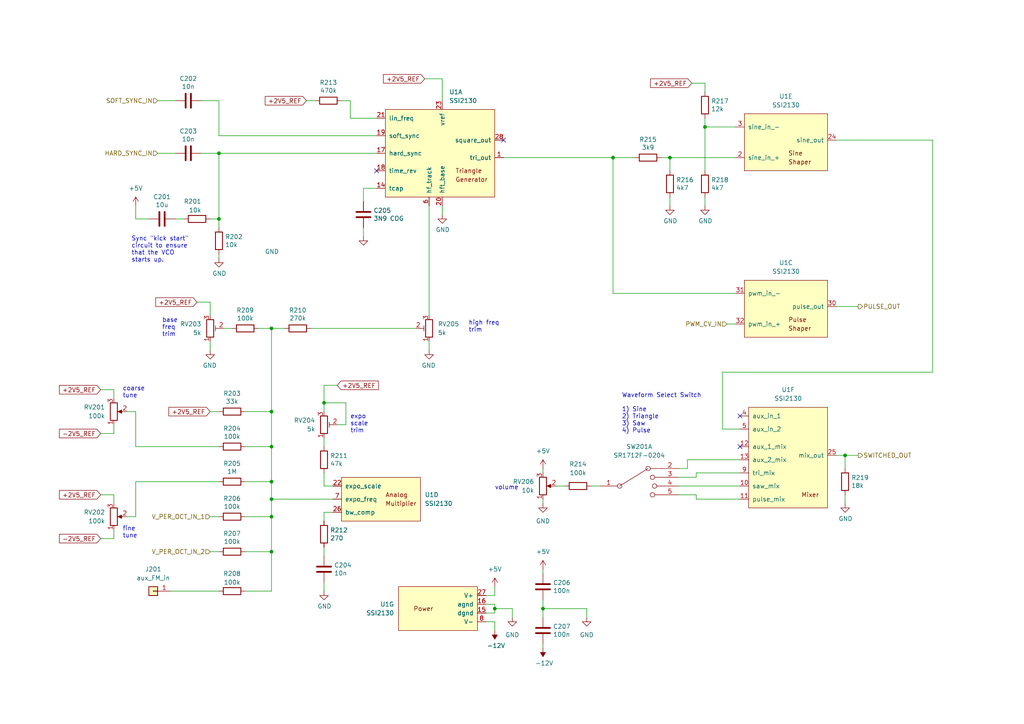
<source format=kicad_sch>
(kicad_sch (version 20211123) (generator eeschema)
  (paper "A4")
  (title_block (title "Micro-Pico Tiny Monosynth") (date "2022-08-18") (rev "0.1") (comment 1 "creativecommons.org/licences/by/4.0") (comment 2 "Licence: CC by 4.0") (comment 3 "Author: Jordan Aceto"))
  (lib_symbols
    (symbol "Connector_Generic:Conn_01x01" (pin_names (offset 1.016) hide)
      (property "Reference" "J" (at 0 2.54 0))
      (property "Value" "Conn_01x01" (at 0 -2.54 0))
      (symbol "Conn_01x01_1_1"
        (rectangle (start -1.27 0.127) (end 0 -0.127) (stroke (width 0.1524)))
        (rectangle (start -1.27 1.27) (end 1.27 -1.27) (stroke (width 0.254)) (fill (type background)))
        (pin passive line (at -5.08 0 0) (length 3.81) (name "Pin_1") (number "1"))
      )
    )
    (symbol "Device:C" (pin_numbers hide) (pin_names (offset 0.254))
      (property "Reference" "C" (at 0.635 2.54 0))
      (property "Value" "C" (at 0.635 -2.54 0))
      (symbol "C_0_1"
        (polyline (pts (xy -2.032 -0.762) (xy 2.032 -0.762)) (stroke (width 0.508)))
        (polyline (pts (xy -2.032 0.762) (xy 2.032 0.762)) (stroke (width 0.508)))
      )
      (symbol "C_1_1"
        (pin passive line (at 0 3.81 270) (length 2.794) (name "~") (number "1"))
        (pin passive line (at 0 -3.81 90) (length 2.794) (name "~") (number "2"))
      )
    )
    (symbol "Device:R" (pin_numbers hide) (pin_names (offset 0))
      (property "Reference" "R" (at 2.032 0 90))
      (property "Value" "R" (at 0 0 90))
      (symbol "R_0_1"
        (rectangle (start -1.016 -2.54) (end 1.016 2.54) (stroke (width 0.254)))
      )
      (symbol "R_1_1"
        (pin passive line (at 0 3.81 270) (length 1.27) (name "~") (number "1"))
        (pin passive line (at 0 -3.81 90) (length 1.27) (name "~") (number "2"))
      )
    )
    (symbol "Device:R_Potentiometer" (pin_names (offset 1.016) hide)
      (property "Reference" "RV" (at -4.445 0 90))
      (property "Value" "R_Potentiometer" (at -2.54 0 90))
      (symbol "R_Potentiometer_0_1"
        (polyline (pts (xy 2.54 0) (xy 1.524 0)))
        (polyline (pts (xy 1.143 0) (xy 2.286 0.508) (xy 2.286 -0.508) (xy 1.143 0)) (fill (type outline)))
        (rectangle (start 1.016 2.54) (end -1.016 -2.54) (stroke (width 0.254)))
      )
      (symbol "R_Potentiometer_1_1"
        (pin passive line (at 0 3.81 270) (length 1.27) (name "1") (number "1"))
        (pin passive line (at 3.81 0 180) (length 1.27) (name "2") (number "2"))
        (pin passive line (at 0 -3.81 90) (length 1.27) (name "3") (number "3"))
      )
    )
    (symbol "Device:R_Potentiometer_Trim" (pin_names (offset 1.016) hide)
      (property "Reference" "RV" (at -4.445 0 90))
      (property "Value" "R_Potentiometer_Trim" (at -2.54 0 90))
      (symbol "R_Potentiometer_Trim_0_1"
        (polyline (pts (xy 1.524 0.762) (xy 1.524 -0.762)))
        (polyline (pts (xy 2.54 0) (xy 1.524 0)))
        (rectangle (start 1.016 2.54) (end -1.016 -2.54) (stroke (width 0.254)))
      )
      (symbol "R_Potentiometer_Trim_1_1"
        (pin passive line (at 0 3.81 270) (length 1.27) (name "1") (number "1"))
        (pin passive line (at 3.81 0 180) (length 1.27) (name "2") (number "2"))
        (pin passive line (at 0 -3.81 90) (length 1.27) (name "3") (number "3"))
      )
    )
    (symbol "custom_symbols:SR1712F-0204" (pin_names (offset 1.016) hide)
      (property "Reference" "SW201" (at 1.27 11.43 0))
      (property "Value" "SR1712F-0204" (at 1.27 8.89 0))
      (symbol "SR1712F-0204_0_0"
        (circle (center -4.445 0) (radius 0.635))
        (polyline (pts (xy -4.445 0) (xy 3.81 5.08)))
        (polyline (pts (xy 4.445 5.08) (xy 7.62 5.08)))
        (polyline (pts (xy 5.715 -2.54) (xy 7.62 -2.54)))
        (polyline (pts (xy 5.715 2.54) (xy 7.62 2.54)))
        (polyline (pts (xy 6.35 0) (xy 7.62 0)))
        (circle (center 3.81 5.08) (radius 0.635))
        (circle (center 5.08 -2.54) (radius 0.635))
        (circle (center 5.08 2.54) (radius 0.635))
        (circle (center 5.715 0) (radius 0.635))
      )
      (symbol "SR1712F-0204_1_1"
        (pin passive line (at -10.16 0 0) (length 5.08) (name "1") (number "1"))
        (pin passive line (at 12.7 5.08 180) (length 5.08) (name "2") (number "2"))
        (pin passive line (at 12.7 2.54 180) (length 5.08) (name "3") (number "3"))
        (pin passive line (at 12.7 0 180) (length 5.08) (name "4") (number "4"))
        (pin passive line (at 12.7 -2.54 180) (length 5.08) (name "5") (number "5"))
      )
      (symbol "SR1712F-0204_2_1"
        (pin passive line (at -10.16 0 0) (length 5.08) (name "10") (number "10"))
        (pin passive line (at 12.7 5.08 180) (length 5.08) (name "6") (number "6"))
        (pin passive line (at 12.7 2.54 180) (length 5.08) (name "7") (number "7"))
        (pin passive line (at 12.7 0 180) (length 5.08) (name "8") (number "8"))
        (pin passive line (at 12.7 -2.54 180) (length 5.08) (name "9") (number "9"))
      )
    )
    (symbol "custom_symbols:SSI2130" (pin_names (offset 1.016))
      (property "Reference" "U1" (at 2.0194 16.51 0))
      (property "Value" "SSI2130" (at 2.0194 13.97 0))
      (symbol "SSI2130_1_0"
        (polyline (pts (xy -16.51 11.43) (xy -16.51 -13.97) (xy 15.24 -13.97) (xy 15.24 11.43) (xy 6.35 11.43) (xy -16.51 11.43)) (fill (type background)))
        (text "Generator" (at 3.81 -8.89 0) (effects (font (size 1.27 1.27)) (justify left)))
        (text "Triangle" (at 3.81 -6.35 0) (effects (font (size 1.27 1.27)) (justify left)))
      )
      (symbol "SSI2130_1_1"
        (pin output line (at 17.78 -2.54 180) (length 2.54) (name "tri_out") (number "1"))
        (pin input line (at -19.05 -11.43 0) (length 2.54) (name "tcap") (number "14"))
        (pin input line (at -19.05 -1.27 0) (length 2.54) (name "hard_sync") (number "17"))
        (pin input line (at -19.05 -6.35 0) (length 2.54) (name "time_rev") (number "18"))
        (pin input line (at -19.05 3.81 0) (length 2.54) (name "soft_sync") (number "19"))
        (pin input line (at 0 -16.51 90) (length 2.54) (name "hft_base") (number "20"))
        (pin input line (at -19.05 8.89 0) (length 2.54) (name "lin_freq") (number "21"))
        (pin input line (at 0 13.97 270) (length 2.54) (name "vref") (number "23"))
        (pin output line (at 17.78 2.54 180) (length 2.54) (name "square_out") (number "28"))
        (pin input line (at -3.81 -16.51 90) (length 2.54) (name "hf_track") (number "6"))
      )
      (symbol "SSI2130_2_1"
        (polyline (pts (xy -11.43 0) (xy -11.43 7.62) (xy 12.7 7.62) (xy 12.7 -8.89) (xy -11.43 -8.89) (xy -11.43 0)) (fill (type background)))
        (text "Saw" (at 1.27 -3.81 0) (effects (font (size 1.27 1.27)) (justify left)))
        (text "Shaper" (at 1.27 -6.35 0) (effects (font (size 1.27 1.27)) (justify left)))
        (pin output line (at 15.24 0 180) (length 2.54) (name "saw_out") (number "29"))
      )
      (symbol "SSI2130_3_1"
        (polyline (pts (xy 12.7 7.62) (xy -11.43 7.62) (xy -11.43 -8.89) (xy 12.7 -8.89) (xy 12.7 7.62)) (fill (type background)))
        (text "Pulse" (at 1.27 -3.81 0) (effects (font (size 1.27 1.27)) (justify left)))
        (text "Shaper" (at 1.27 -6.35 0) (effects (font (size 1.27 1.27)) (justify left)))
        (pin output line (at 15.24 0 180) (length 2.54) (name "pulse_out") (number "30"))
        (pin input line (at -13.97 3.81 0) (length 2.54) (name "pwm_in_-") (number "31"))
        (pin input line (at -13.97 -5.08 0) (length 2.54) (name "pwm_in_+") (number "32"))
      )
      (symbol "SSI2130_4_1"
        (polyline (pts (xy -11.43 6.35) (xy -11.43 -6.35) (xy 11.43 -6.35) (xy 11.43 6.35) (xy -11.43 6.35)) (fill (type background)))
        (text "Analog" (at 1.27 1.27 0) (effects (font (size 1.27 1.27)) (justify left)))
        (text "Multiplier" (at 1.27 -1.27 0) (effects (font (size 1.27 1.27)) (justify left)))
        (pin input line (at -13.97 3.81 0) (length 2.54) (name "expo_scale") (number "22"))
        (pin input line (at -13.97 -3.81 0) (length 2.54) (name "bw_comp") (number "26"))
        (pin input line (at -13.97 0 0) (length 2.54) (name "expo_freq") (number "7"))
      )
      (symbol "SSI2130_5_1"
        (polyline (pts (xy -11.43 7.62) (xy -11.43 -8.89) (xy 12.7 -8.89) (xy 12.7 7.62) (xy -11.43 7.62)) (fill (type background)))
        (text "Shaper" (at 1.27 -6.35 0) (effects (font (size 1.27 1.27)) (justify left)))
        (text "Sine" (at 1.27 -3.81 0) (effects (font (size 1.27 1.27)) (justify left)))
        (pin input line (at -13.97 -5.08 0) (length 2.54) (name "sine_in_+") (number "2"))
        (pin output line (at 15.24 0 180) (length 2.54) (name "sine_out") (number "24"))
        (pin input line (at -13.97 3.81 0) (length 2.54) (name "sine_in_-") (number "3"))
      )
      (symbol "SSI2130_6_1"
        (polyline (pts (xy 11.43 -11.43) (xy -11.43 -11.43) (xy -11.43 10.16) (xy -11.43 17.78) (xy 11.43 17.78) (xy 11.43 -11.43)) (fill (type background)))
        (text "Mixer" (at 3.81 -7.62 0) (effects (font (size 1.27 1.27)) (justify left)))
        (pin input line (at -13.97 -5.08 0) (length 2.54) (name "saw_mix") (number "10"))
        (pin input line (at -13.97 -8.89 0) (length 2.54) (name "pulse_mix") (number "11"))
        (pin input line (at -13.97 6.35 0) (length 2.54) (name "aux_1_mix") (number "12"))
        (pin input line (at -13.97 2.54 0) (length 2.54) (name "aux_2_mix") (number "13"))
        (pin output line (at 13.97 3.81 180) (length 2.54) (name "mix_out") (number "25"))
        (pin input line (at -13.97 15.24 0) (length 2.54) (name "aux_in_1") (number "4"))
        (pin input line (at -13.97 11.43 0) (length 2.54) (name "aux_in_2") (number "5"))
        (pin input line (at -13.97 -1.27 0) (length 2.54) (name "tri_mix") (number "9"))
      )
      (symbol "SSI2130_7_1"
        (polyline (pts (xy -11.43 6.35) (xy -11.43 -6.35) (xy 11.43 -6.35) (xy 11.43 6.35) (xy -11.43 6.35)) (fill (type background)))
        (text "Power" (at 1.27 0 0) (effects (font (size 1.27 1.27)) (justify left)))
        (pin power_in line (at -13.97 -1.27 0) (length 2.54) (name "dgnd") (number "15"))
        (pin power_in line (at -13.97 1.27 0) (length 2.54) (name "agnd") (number "16"))
        (pin power_in line (at -13.97 3.81 0) (length 2.54) (name "V+") (number "27"))
        (pin power_in line (at -13.97 -3.81 0) (length 2.54) (name "V-") (number "8"))
      )
    )
    (symbol "power:+5V" (power) (pin_names (offset 0))
      (property "Value" "+5V" (at 0 3.556 0))
      (symbol "+5V_0_1"
        (polyline (pts (xy -0.762 1.27) (xy 0 2.54)))
        (polyline (pts (xy 0 0) (xy 0 2.54)))
        (polyline (pts (xy 0 2.54) (xy 0.762 1.27)))
      )
      (symbol "+5V_1_1"
        (pin power_in line (at 0 0 90) (length 0) hide (name "+5V") (number "1"))
      )
    )
    (symbol "power:-12V" (power) (pin_names (offset 0))
      (property "Value" "-12V" (at 0 3.81 0))
      (symbol "-12V_0_0"
        (pin power_in line (at 0 0 90) (length 0) hide (name "-12V") (number "1"))
      )
      (symbol "-12V_0_1"
        (polyline (pts (xy 0 0) (xy 0 1.27) (xy 0.762 1.27) (xy 0 2.54) (xy -0.762 1.27) (xy 0 1.27)) (fill (type outline)))
      )
    )
    (symbol "power:GND" (power) (pin_names (offset 0))
      (property "Value" "GND" (at 0 -3.81 0))
      (symbol "GND_0_1"
        (polyline (pts (xy 0 0) (xy 0 -1.27) (xy 1.27 -1.27) (xy 0 -2.54) (xy -1.27 -1.27) (xy 0 -1.27)))
      )
      (symbol "GND_1_1"
        (pin power_in line (at 0 0 270) (length 0) hide (name "GND") (number "1"))
      )
    )
  )
  (junction (at 78.74 144.78))
  (junction (at 78.74 149.86))
  (junction (at 143.51 176.53))
  (junction (at 204.47 36.83))
  (junction (at 63.5 44.45))
  (junction (at 78.74 95.25))
  (junction (at 78.74 160.02))
  (junction (at 194.31 45.72))
  (junction (at 78.74 139.7))
  (junction (at 157.48 176.53))
  (junction (at 63.5 63.5))
  (junction (at 78.74 119.38))
  (junction (at 245.11 132.08))
  (junction (at 93.98 116.84))
  (junction (at 78.74 129.54))
  (junction (at 177.8 45.72))
  (no_connect (at 214.63 129.54))
  (no_connect (at 109.22 49.53))
  (no_connect (at 146.05 40.64))
  (no_connect (at 214.63 120.65))
  (wire (pts (xy 50.8 44.45) (xy 45.72 44.45)))
  (wire (pts (xy 60.96 87.63) (xy 60.96 91.44)))
  (wire (pts (xy 78.74 160.02) (xy 78.74 171.45)))
  (wire (pts (xy 45.72 29.21) (xy 50.8 29.21)))
  (wire (pts (xy 93.98 137.16) (xy 93.98 140.97)))
  (wire (pts (xy 60.96 63.5) (xy 63.5 63.5)))
  (wire (pts (xy 36.83 149.86) (xy 39.37 149.86)))
  (wire (pts (xy 245.11 143.51) (xy 245.11 146.05)))
  (wire (pts (xy 100.33 123.19) (xy 100.33 116.84)))
  (wire (pts (xy 204.47 26.67) (xy 204.47 24.13)))
  (wire (pts (xy 242.57 40.64) (xy 270.51 40.64)))
  (wire (pts (xy 105.41 58.42) (xy 105.41 54.61)))
  (wire (pts (xy 93.98 151.13) (xy 93.98 148.59)))
  (wire (pts (xy 128.27 62.23) (xy 128.27 59.69)))
  (wire (pts (xy 36.83 119.38) (xy 39.37 119.38)))
  (wire (pts (xy 29.21 156.21) (xy 33.02 156.21)))
  (wire (pts (xy 78.74 129.54) (xy 78.74 139.7)))
  (wire (pts (xy 201.93 143.51) (xy 196.85 143.51)))
  (wire (pts (xy 209.55 107.95) (xy 270.51 107.95)))
  (wire (pts (xy 60.96 149.86) (xy 63.5 149.86)))
  (wire (pts (xy 39.37 129.54) (xy 39.37 119.38)))
  (wire (pts (xy 29.21 143.51) (xy 33.02 143.51)))
  (wire (pts (xy 124.46 59.69) (xy 124.46 91.44)))
  (wire (pts (xy 143.51 177.8) (xy 143.51 176.53)))
  (wire (pts (xy 200.66 24.13) (xy 204.47 24.13)))
  (wire (pts (xy 143.51 180.34) (xy 140.97 180.34)))
  (wire (pts (xy 194.31 57.15) (xy 194.31 59.69)))
  (wire (pts (xy 120.65 95.25) (xy 90.17 95.25)))
  (wire (pts (xy 157.48 173.99) (xy 157.48 176.53)))
  (wire (pts (xy 204.47 36.83) (xy 204.47 34.29)))
  (wire (pts (xy 170.18 176.53) (xy 170.18 179.07)))
  (wire (pts (xy 157.48 144.78) (xy 157.48 146.05)))
  (wire (pts (xy 57.15 87.63) (xy 60.96 87.63)))
  (wire (pts (xy 33.02 113.03) (xy 33.02 115.57)))
  (wire (pts (xy 71.12 160.02) (xy 78.74 160.02)))
  (wire (pts (xy 146.05 45.72) (xy 177.8 45.72)))
  (wire (pts (xy 43.18 63.5) (xy 39.37 63.5)))
  (wire (pts (xy 78.74 95.25) (xy 78.74 119.38)))
  (wire (pts (xy 33.02 123.19) (xy 33.02 125.73)))
  (wire (pts (xy 78.74 129.54) (xy 71.12 129.54)))
  (wire (pts (xy 109.22 44.45) (xy 63.5 44.45)))
  (wire (pts (xy 210.82 93.98) (xy 213.36 93.98)))
  (wire (pts (xy 143.51 175.26) (xy 140.97 175.26)))
  (wire (pts (xy 71.12 171.45) (xy 78.74 171.45)))
  (wire (pts (xy 78.74 144.78) (xy 78.74 139.7)))
  (wire (pts (xy 148.59 176.53) (xy 148.59 179.07)))
  (wire (pts (xy 97.79 111.76) (xy 93.98 111.76)))
  (wire (pts (xy 101.6 34.29) (xy 109.22 34.29)))
  (wire (pts (xy 88.9 29.21) (xy 91.44 29.21)))
  (wire (pts (xy 201.93 138.43) (xy 196.85 138.43)))
  (wire (pts (xy 105.41 68.58) (xy 105.41 66.04)))
  (wire (pts (xy 60.96 160.02) (xy 63.5 160.02)))
  (wire (pts (xy 177.8 45.72) (xy 177.8 85.09)))
  (wire (pts (xy 39.37 139.7) (xy 63.5 139.7)))
  (wire (pts (xy 96.52 144.78) (xy 78.74 144.78)))
  (wire (pts (xy 93.98 129.54) (xy 93.98 127)))
  (wire (pts (xy 214.63 144.78) (xy 201.93 144.78)))
  (wire (pts (xy 128.27 22.86) (xy 128.27 29.21)))
  (wire (pts (xy 128.27 22.86) (xy 123.19 22.86)))
  (wire (pts (xy 201.93 137.16) (xy 214.63 137.16)))
  (wire (pts (xy 33.02 143.51) (xy 33.02 146.05)))
  (wire (pts (xy 78.74 149.86) (xy 78.74 144.78)))
  (wire (pts (xy 63.5 74.93) (xy 63.5 73.66)))
  (wire (pts (xy 78.74 95.25) (xy 82.55 95.25)))
  (wire (pts (xy 101.6 29.21) (xy 99.06 29.21)))
  (wire (pts (xy 64.77 95.25) (xy 67.31 95.25)))
  (wire (pts (xy 191.77 45.72) (xy 194.31 45.72)))
  (wire (pts (xy 39.37 63.5) (xy 39.37 59.69)))
  (wire (pts (xy 157.48 176.53) (xy 157.48 179.07)))
  (wire (pts (xy 194.31 45.72) (xy 213.36 45.72)))
  (wire (pts (xy 204.47 49.53) (xy 204.47 36.83)))
  (wire (pts (xy 78.74 119.38) (xy 71.12 119.38)))
  (wire (pts (xy 201.93 137.16) (xy 201.93 138.43)))
  (wire (pts (xy 245.11 132.08) (xy 248.92 132.08)))
  (wire (pts (xy 209.55 124.46) (xy 209.55 107.95)))
  (wire (pts (xy 63.5 39.37) (xy 109.22 39.37)))
  (wire (pts (xy 58.42 29.21) (xy 63.5 29.21)))
  (wire (pts (xy 105.41 54.61) (xy 109.22 54.61)))
  (wire (pts (xy 63.5 44.45) (xy 63.5 63.5)))
  (wire (pts (xy 101.6 34.29) (xy 101.6 29.21)))
  (wire (pts (xy 39.37 139.7) (xy 39.37 149.86)))
  (wire (pts (xy 199.39 133.35) (xy 214.63 133.35)))
  (wire (pts (xy 157.48 137.16) (xy 157.48 135.89)))
  (wire (pts (xy 171.45 140.97) (xy 173.99 140.97)))
  (wire (pts (xy 204.47 57.15) (xy 204.47 59.69)))
  (wire (pts (xy 93.98 111.76) (xy 93.98 116.84)))
  (wire (pts (xy 63.5 63.5) (xy 63.5 66.04)))
  (wire (pts (xy 63.5 29.21) (xy 63.5 39.37)))
  (wire (pts (xy 196.85 140.97) (xy 214.63 140.97)))
  (wire (pts (xy 29.21 125.73) (xy 33.02 125.73)))
  (wire (pts (xy 242.57 88.9) (xy 248.92 88.9)))
  (wire (pts (xy 161.29 140.97) (xy 163.83 140.97)))
  (wire (pts (xy 143.51 182.88) (xy 143.51 180.34)))
  (wire (pts (xy 148.59 176.53) (xy 143.51 176.53)))
  (wire (pts (xy 199.39 135.89) (xy 196.85 135.89)))
  (wire (pts (xy 78.74 160.02) (xy 78.74 149.86)))
  (wire (pts (xy 93.98 148.59) (xy 96.52 148.59)))
  (wire (pts (xy 97.79 123.19) (xy 100.33 123.19)))
  (wire (pts (xy 100.33 116.84) (xy 93.98 116.84)))
  (wire (pts (xy 194.31 49.53) (xy 194.31 45.72)))
  (wire (pts (xy 60.96 101.6) (xy 60.96 99.06)))
  (wire (pts (xy 199.39 133.35) (xy 199.39 135.89)))
  (wire (pts (xy 78.74 139.7) (xy 71.12 139.7)))
  (wire (pts (xy 93.98 171.45) (xy 93.98 168.91)))
  (wire (pts (xy 245.11 135.89) (xy 245.11 132.08)))
  (wire (pts (xy 93.98 116.84) (xy 93.98 119.38)))
  (wire (pts (xy 143.51 176.53) (xy 143.51 175.26)))
  (wire (pts (xy 49.53 171.45) (xy 63.5 171.45)))
  (wire (pts (xy 53.34 63.5) (xy 50.8 63.5)))
  (wire (pts (xy 78.74 119.38) (xy 78.74 129.54)))
  (wire (pts (xy 140.97 177.8) (xy 143.51 177.8)))
  (wire (pts (xy 201.93 144.78) (xy 201.93 143.51)))
  (wire (pts (xy 63.5 44.45) (xy 58.42 44.45)))
  (wire (pts (xy 33.02 153.67) (xy 33.02 156.21)))
  (wire (pts (xy 124.46 101.6) (xy 124.46 99.06)))
  (wire (pts (xy 177.8 85.09) (xy 213.36 85.09)))
  (wire (pts (xy 60.96 119.38) (xy 63.5 119.38)))
  (wire (pts (xy 213.36 36.83) (xy 204.47 36.83)))
  (wire (pts (xy 96.52 140.97) (xy 93.98 140.97)))
  (wire (pts (xy 143.51 172.72) (xy 140.97 172.72)))
  (wire (pts (xy 242.57 132.08) (xy 245.11 132.08)))
  (wire (pts (xy 39.37 129.54) (xy 63.5 129.54)))
  (wire (pts (xy 157.48 165.1) (xy 157.48 166.37)))
  (wire (pts (xy 29.21 113.03) (xy 33.02 113.03)))
  (wire (pts (xy 93.98 161.29) (xy 93.98 158.75)))
  (wire (pts (xy 184.15 45.72) (xy 177.8 45.72)))
  (wire (pts (xy 214.63 124.46) (xy 209.55 124.46)))
  (wire (pts (xy 71.12 149.86) (xy 78.74 149.86)))
  (wire (pts (xy 157.48 176.53) (xy 170.18 176.53)))
  (wire (pts (xy 74.93 95.25) (xy 78.74 95.25)))
  (wire (pts (xy 270.51 40.64) (xy 270.51 107.95)))
  (wire (pts (xy 157.48 187.96) (xy 157.48 186.69)))
  (wire (pts (xy 143.51 170.18) (xy 143.51 172.72)))
  (text "base\nfreq\ntrim" (at 46.99 97.79 0) (effects (font (size 1.27 1.27)) (justify left bottom)))
  (text "fine\ntune" (at 35.56 156.21 0) (effects (font (size 1.27 1.27)) (justify left bottom)))
  (text "coarse\ntune" (at 35.56 115.57 0) (effects (font (size 1.27 1.27)) (justify left bottom)))
  (text "Waveform Select Switch\n\n1) Sine\n2) Triangle\n3) Saw\n4) Pulse" (at 180.34 125.73 0) (effects (font (size 1.27 1.27)) (justify left bottom)))
  (text "high freq\ntrim" (at 135.89 96.52 0) (effects (font (size 1.27 1.27)) (justify left bottom)))
  (text "expo\nscale \ntrim" (at 101.6 125.73 0) (effects (font (size 1.27 1.27)) (justify left bottom)))
  (text "volume" (at 143.51 142.24 0) (effects (font (size 1.27 1.27)) (justify left bottom)))
  (text "Sync \"kick start\" \ncircuit to ensure \nthat the VCO\nstarts up." (at 38.1 76.2 0) (effects (font (size 1.27 1.27)) (justify left bottom)))
  (global_label "+2V5_REF" (shape input) (at 57.15 87.63 180) (property "Intersheet References" "${INTERSHEET_REFS}" (effects hide)))
  (global_label "+2V5_REF" (shape input) (at 88.9 29.21 180) (property "Intersheet References" "${INTERSHEET_REFS}" (effects hide)))
  (global_label "-2V5_REF" (shape input) (at 29.21 125.73 180) (property "Intersheet References" "${INTERSHEET_REFS}" (effects hide)))
  (global_label "+2V5_REF" (shape input) (at 123.19 22.86 180) (property "Intersheet References" "${INTERSHEET_REFS}" (effects hide)))
  (global_label "-2V5_REF" (shape input) (at 29.21 156.21 180) (property "Intersheet References" "${INTERSHEET_REFS}" (effects hide)))
  (global_label "+2V5_REF" (shape input) (at 200.66 24.13 180) (property "Intersheet References" "${INTERSHEET_REFS}" (effects hide)))
  (global_label "+2V5_REF" (shape input) (at 29.21 143.51 180) (property "Intersheet References" "${INTERSHEET_REFS}" (effects hide)))
  (global_label "+2V5_REF" (shape input) (at 60.96 119.38 180) (property "Intersheet References" "${INTERSHEET_REFS}" (effects hide)))
  (global_label "+2V5_REF" (shape input) (at 97.79 111.76 0) (property "Intersheet References" "${INTERSHEET_REFS}" (effects hide)))
  (global_label "+2V5_REF" (shape input) (at 29.21 113.03 180) (property "Intersheet References" "${INTERSHEET_REFS}" (effects hide)))
  (hierarchical_label "PWM_CV_IN" (shape input) (at 210.82 93.98 180))
  (hierarchical_label "V_PER_OCT_IN_2" (shape input) (at 60.96 160.02 180))
  (hierarchical_label "V_PER_OCT_IN_1" (shape input) (at 60.96 149.86 180))
  (hierarchical_label "HARD_SYNC_IN" (shape input) (at 45.72 44.45 180))
  (hierarchical_label "PULSE_OUT" (shape output) (at 248.92 88.9 0))
  (hierarchical_label "SOFT_SYNC_IN" (shape input) (at 45.72 29.21 180))
  (hierarchical_label "SWITCHED_OUT" (shape output) (at 248.92 132.08 0))
  (symbol (lib_id "Device:R") (at 95.25 29.21 270) (unit 1)
    (property "Reference" "R213" (at 95.25 23.9522 90))
    (property "Value" "470k" (at 95.25 26.2636 90))
    (property "Footprint" "Resistor_SMD:R_0603_1608Metric" (effects hide))
  )
  (symbol (lib_id "custom_symbols:SR1712F-0204") (at 184.15 140.97 0) (unit 1)
    (property "Reference" "SW201" (at 185.42 129.54 0))
    (property "Value" "SR1712F-0204" (at 185.42 132.08 0))
    (property "Footprint" "custom_footprints:SR1712F_rotary_switch" (effects hide))
  )
  (symbol (lib_id "Device:C") (at 46.99 63.5 270) (unit 1)
    (property "Reference" "C201" (at 46.99 57.0992 90))
    (property "Value" "10u" (at 46.99 59.4106 90))
    (property "Footprint" "Capacitor_SMD:C_0805_2012Metric" (effects hide))
  )
  (symbol (lib_id "power:GND") (at 157.48 146.05 0) (unit 1)
    (property "Reference" "#PWR0213" (effects hide))
    (property "Value" "GND" (at 157.48 151.13 0))
  )
  (symbol (lib_id "Device:R") (at 67.31 171.45 90) (unit 1)
    (property "Reference" "R208" (at 67.31 166.37 90))
    (property "Value" "100k" (at 67.31 168.91 90))
    (property "Footprint" "Resistor_SMD:R_0603_1608Metric" (effects hide))
  )
  (symbol (lib_id "power:GND") (at 105.41 68.58 0) (unit 1)
    (property "Reference" "#PWR0206" (effects hide))
    (property "Value" "~" (at 78.867 72.9742 0))
  )
  (symbol (lib_id "power:-12V") (at 157.48 187.96 0) (mirror x) (unit 1)
    (property "Reference" "#PWR0215" (effects hide))
    (property "Value" "-12V" (at 157.861 192.3542 0))
  )
  (symbol (lib_id "Device:R") (at 93.98 133.35 0) (unit 1)
    (property "Reference" "R211" (at 95.758 132.1816 0) (effects (justify left)))
    (property "Value" "47k" (at 95.758 134.493 0) (effects (justify left)))
    (property "Footprint" "Resistor_SMD:R_0603_1608Metric" (effects hide))
  )
  (symbol (lib_id "custom_symbols:SSI2130") (at 227.33 88.9 0) (unit 3)
    (property "Reference" "U1" (at 227.965 76.2 0))
    (property "Value" "SSI2130" (at 227.965 78.74 0))
    (property "Footprint" "custom_footprints:PQN32_HandSoldering" (effects hide))
  )
  (symbol (lib_id "power:GND") (at 93.98 171.45 0) (unit 1)
    (property "Reference" "#PWR0205" (effects hide))
    (property "Value" "~" (at 94.107 175.8442 0))
  )
  (symbol (lib_id "Device:C") (at 54.61 29.21 270) (unit 1)
    (property "Reference" "C202" (at 54.61 22.8092 90))
    (property "Value" "10n" (at 54.61 25.1206 90))
    (property "Footprint" "Capacitor_SMD:C_0603_1608Metric" (effects hide))
  )
  (symbol (lib_id "power:GND") (at 204.47 59.69 0) (unit 1)
    (property "Reference" "#PWR0218" (effects hide))
    (property "Value" "~" (at 204.597 64.0842 0))
  )
  (symbol (lib_id "Device:R_Potentiometer") (at 33.02 149.86 0) (mirror x) (unit 1)
    (property "Reference" "RV202" (at 30.48 148.5899 0) (effects (justify right)))
    (property "Value" "100k" (at 30.48 151.1299 0) (effects (justify right)))
    (property "Footprint" "custom_footprints:Alpha_RD901F" (effects hide))
  )
  (symbol (lib_id "custom_symbols:SSI2130") (at 127 176.53 0) (mirror y) (unit 7)
    (property "Reference" "U1" (at 114.3 175.2599 0) (effects (justify left)))
    (property "Value" "SSI2130" (at 114.3 177.7999 0) (effects (justify left)))
    (property "Footprint" "custom_footprints:PQN32_HandSoldering" (effects hide))
  )
  (symbol (lib_id "Device:C") (at 157.48 170.18 0) (unit 1)
    (property "Reference" "C206" (at 160.401 169.0116 0) (effects (justify left)))
    (property "Value" "100n" (at 160.401 171.323 0) (effects (justify left)))
    (property "Footprint" "Capacitor_SMD:C_0603_1608Metric" (effects hide))
  )
  (symbol (lib_id "Device:R") (at 204.47 53.34 180) (unit 1)
    (property "Reference" "R218" (at 206.248 52.1716 0) (effects (justify right)))
    (property "Value" "4k7" (at 206.248 54.483 0) (effects (justify right)))
    (property "Footprint" "Resistor_SMD:R_0603_1608Metric" (effects hide))
  )
  (symbol (lib_id "power:GND") (at 63.5 74.93 0) (unit 1)
    (property "Reference" "#PWR0204" (effects hide))
    (property "Value" "~" (at 63.627 79.3242 0))
  )
  (symbol (lib_id "Device:R") (at 245.11 139.7 180) (unit 1)
    (property "Reference" "R219" (at 246.888 138.5316 0) (effects (justify right)))
    (property "Value" "18k" (at 246.888 140.843 0) (effects (justify right)))
    (property "Footprint" "Resistor_SMD:R_0603_1608Metric" (effects hide))
  )
  (symbol (lib_id "power:+5V") (at 157.48 135.89 0) (unit 1)
    (property "Reference" "#PWR0212" (effects hide))
    (property "Value" "+5V" (at 157.48 130.81 0))
  )
  (symbol (lib_id "Device:C") (at 54.61 44.45 270) (unit 1)
    (property "Reference" "C203" (at 54.61 38.0492 90))
    (property "Value" "10n" (at 54.61 40.3606 90))
    (property "Footprint" "Capacitor_SMD:C_0603_1608Metric" (effects hide))
  )
  (symbol (lib_id "Device:R") (at 63.5 69.85 0) (unit 1)
    (property "Reference" "R202" (at 65.278 68.6816 0) (effects (justify left)))
    (property "Value" "10k" (at 65.278 70.993 0) (effects (justify left)))
    (property "Footprint" "Resistor_SMD:R_0603_1608Metric" (effects hide))
  )
  (symbol (lib_id "power:+5V") (at 143.51 170.18 0) (mirror y) (unit 1)
    (property "Reference" "#PWR0209" (effects hide))
    (property "Value" "+5V" (at 143.51 165.1 0))
  )
  (symbol (lib_id "Device:R_Potentiometer") (at 33.02 119.38 0) (mirror x) (unit 1)
    (property "Reference" "RV201" (at 30.48 118.1099 0) (effects (justify right)))
    (property "Value" "100k" (at 30.48 120.6499 0) (effects (justify right)))
    (property "Footprint" "custom_footprints:Alpha_RD901F" (effects hide))
  )
  (symbol (lib_id "Device:R") (at 204.47 30.48 180) (unit 1)
    (property "Reference" "R217" (at 206.248 29.3116 0) (effects (justify right)))
    (property "Value" "12k" (at 206.248 31.623 0) (effects (justify right)))
    (property "Footprint" "Resistor_SMD:R_0603_1608Metric" (effects hide))
  )
  (symbol (lib_id "Device:R_Potentiometer") (at 157.48 140.97 0) (mirror x) (unit 1)
    (property "Reference" "RV206" (at 154.94 139.6999 0) (effects (justify right)))
    (property "Value" "10k" (at 154.94 142.2399 0) (effects (justify right)))
    (property "Footprint" "custom_footprints:Alpha_RD901F" (effects hide))
  )
  (symbol (lib_id "power:GND") (at 148.59 179.07 0) (mirror y) (unit 1)
    (property "Reference" "#PWR0211" (effects hide))
    (property "Value" "GND" (at 148.59 184.15 0))
  )
  (symbol (lib_id "Device:R") (at 86.36 95.25 270) (unit 1)
    (property "Reference" "R210" (at 86.36 89.9922 90))
    (property "Value" "270k" (at 86.36 92.3036 90))
    (property "Footprint" "Resistor_SMD:R_0603_1608Metric" (effects hide))
  )
  (symbol (lib_id "Device:R_Potentiometer_Trim") (at 124.46 95.25 180) (unit 1)
    (property "Reference" "RV205" (at 127 93.9799 0) (effects (justify right)))
    (property "Value" "5k" (at 127 96.5199 0) (effects (justify right)))
    (property "Footprint" "Potentiometer_THT:Potentiometer_Bourns_3296W_Vertical" (effects hide))
  )
  (symbol (lib_id "power:+5V") (at 39.37 59.69 0) (unit 1)
    (property "Reference" "#PWR0201" (effects hide))
    (property "Value" "+5V" (at 39.37 54.61 0))
  )
  (symbol (lib_id "Device:C") (at 157.48 182.88 0) (unit 1)
    (property "Reference" "C207" (at 160.401 181.7116 0) (effects (justify left)))
    (property "Value" "100n" (at 160.401 184.023 0) (effects (justify left)))
    (property "Footprint" "Capacitor_SMD:C_0603_1608Metric" (effects hide))
  )
  (symbol (lib_id "Device:R") (at 67.31 119.38 270) (unit 1)
    (property "Reference" "R203" (at 67.31 114.1222 90))
    (property "Value" "33k" (at 67.31 116.4336 90))
    (property "Footprint" "Resistor_SMD:R_0603_1608Metric" (effects hide))
  )
  (symbol (lib_id "Device:R") (at 67.31 160.02 270) (unit 1)
    (property "Reference" "R207" (at 67.31 154.7622 90))
    (property "Value" "100k" (at 67.31 157.0736 90))
    (property "Footprint" "Resistor_SMD:R_0603_1608Metric" (effects hide))
  )
  (symbol (lib_id "Device:R") (at 67.31 139.7 270) (unit 1)
    (property "Reference" "R205" (at 67.31 134.4422 90))
    (property "Value" "1M" (at 67.31 136.7536 90))
    (property "Footprint" "Resistor_SMD:R_0603_1608Metric" (effects hide))
  )
  (symbol (lib_id "power:GND") (at 128.27 62.23 0) (unit 1)
    (property "Reference" "#PWR0208" (effects hide))
    (property "Value" "~" (at 128.397 66.6242 0))
  )
  (symbol (lib_id "Device:R") (at 71.12 95.25 270) (unit 1)
    (property "Reference" "R209" (at 71.12 89.9922 90))
    (property "Value" "100k" (at 71.12 92.3036 90))
    (property "Footprint" "Resistor_SMD:R_0603_1608Metric" (effects hide))
  )
  (symbol (lib_id "Device:R") (at 187.96 45.72 270) (unit 1)
    (property "Reference" "R215" (at 187.96 40.4622 90))
    (property "Value" "3k9" (at 187.96 42.7736 90))
    (property "Footprint" "Resistor_SMD:R_0603_1608Metric" (effects hide))
  )
  (symbol (lib_id "Device:R_Potentiometer_Trim") (at 93.98 123.19 0) (mirror x) (unit 1)
    (property "Reference" "RV204" (at 91.44 121.9199 0) (effects (justify right)))
    (property "Value" "5k" (at 91.44 124.4599 0) (effects (justify right)))
    (property "Footprint" "Potentiometer_THT:Potentiometer_Bourns_3296W_Vertical" (effects hide))
  )
  (symbol (lib_id "power:GND") (at 194.31 59.69 0) (unit 1)
    (property "Reference" "#PWR0217" (effects hide))
    (property "Value" "~" (at 194.437 64.0842 0))
  )
  (symbol (lib_id "Device:R") (at 93.98 154.94 0) (unit 1)
    (property "Reference" "R212" (at 95.758 153.7716 0) (effects (justify left)))
    (property "Value" "270" (at 95.758 156.083 0) (effects (justify left)))
    (property "Footprint" "Resistor_SMD:R_0603_1608Metric" (effects hide))
  )
  (symbol (lib_id "power:GND") (at 245.11 146.05 0) (unit 1)
    (property "Reference" "#PWR0202" (effects hide))
    (property "Value" "~" (at 245.237 150.4442 0))
  )
  (symbol (lib_id "custom_symbols:SSI2130") (at 128.27 43.18 0) (unit 1)
    (property "Reference" "U1" (at 130.2894 26.67 0) (effects (justify left)))
    (property "Value" "SSI2130" (at 130.2894 29.21 0) (effects (justify left)))
    (property "Footprint" "custom_footprints:PQN32_HandSoldering" (effects hide))
  )
  (symbol (lib_id "Device:R") (at 57.15 63.5 90) (unit 1)
    (property "Reference" "R201" (at 58.42 58.42 90) (effects (justify left)))
    (property "Value" "10k" (at 58.42 60.96 90) (effects (justify left)))
    (property "Footprint" "Resistor_SMD:R_0603_1608Metric" (effects hide))
  )
  (symbol (lib_id "custom_symbols:SSI2130") (at 110.49 144.78 0) (unit 4)
    (property "Reference" "U1" (at 123.19 143.5099 0) (effects (justify left)))
    (property "Value" "SSI2130" (at 123.19 146.0499 0) (effects (justify left)))
    (property "Footprint" "custom_footprints:PQN32_HandSoldering" (effects hide))
  )
  (symbol (lib_id "Device:C") (at 93.98 165.1 0) (unit 1)
    (property "Reference" "C204" (at 96.901 163.9316 0) (effects (justify left)))
    (property "Value" "10n" (at 96.901 166.243 0) (effects (justify left)))
    (property "Footprint" "Capacitor_SMD:C_0603_1608Metric" (effects hide))
  )
  (symbol (lib_id "power:GND") (at 170.18 179.07 0) (mirror y) (unit 1)
    (property "Reference" "#PWR0216" (effects hide))
    (property "Value" "GND" (at 170.18 184.15 0))
  )
  (symbol (lib_id "Device:R") (at 167.64 140.97 90) (unit 1)
    (property "Reference" "R214" (at 167.64 134.62 90))
    (property "Value" "100k" (at 167.64 137.16 90))
    (property "Footprint" "Resistor_SMD:R_0603_1608Metric" (effects hide))
  )
  (symbol (lib_id "custom_symbols:SSI2130") (at 228.6 135.89 0) (unit 6)
    (property "Reference" "U1" (at 228.6 113.03 0))
    (property "Value" "SSI2130" (at 228.6 115.57 0))
    (property "Footprint" "custom_footprints:PQN32_HandSoldering" (effects hide))
  )
  (symbol (lib_id "power:-12V") (at 143.51 182.88 0) (mirror x) (unit 1)
    (property "Reference" "#PWR0210" (effects hide))
    (property "Value" "-12V" (at 143.891 187.2742 0))
  )
  (symbol (lib_id "Device:C") (at 105.41 62.23 0) (unit 1)
    (property "Reference" "C205" (at 108.331 61.0616 0) (effects (justify left)))
    (property "Value" "3N9 COG" (at 108.331 63.373 0) (effects (justify left)))
    (property "Footprint" "Capacitor_SMD:C_0805_2012Metric" (effects hide))
  )
  (symbol (lib_id "Device:R") (at 194.31 53.34 180) (unit 1)
    (property "Reference" "R216" (at 196.088 52.1716 0) (effects (justify right)))
    (property "Value" "4k7" (at 196.088 54.483 0) (effects (justify right)))
    (property "Footprint" "Resistor_SMD:R_0603_1608Metric" (effects hide))
  )
  (symbol (lib_id "Device:R") (at 67.31 129.54 270) (unit 1)
    (property "Reference" "R204" (at 67.31 124.2822 90))
    (property "Value" "100k" (at 67.31 126.5936 90))
    (property "Footprint" "Resistor_SMD:R_0603_1608Metric" (effects hide))
  )
  (symbol (lib_id "Device:R") (at 67.31 149.86 270) (unit 1)
    (property "Reference" "R206" (at 67.31 144.6022 90))
    (property "Value" "100k" (at 67.31 146.9136 90))
    (property "Footprint" "Resistor_SMD:R_0603_1608Metric" (effects hide))
  )
  (symbol (lib_id "power:+5V") (at 157.48 165.1 0) (mirror y) (unit 1)
    (property "Reference" "#PWR0214" (effects hide))
    (property "Value" "+5V" (at 157.48 160.02 0))
  )
  (symbol (lib_id "power:GND") (at 124.46 101.6 0) (mirror y) (unit 1)
    (property "Reference" "#PWR0207" (effects hide))
    (property "Value" "~" (at 124.333 105.9942 0))
  )
  (symbol (lib_id "power:GND") (at 60.96 101.6 0) (mirror y) (unit 1)
    (property "Reference" "#PWR0203" (effects hide))
    (property "Value" "~" (at 60.833 105.9942 0))
  )
  (symbol (lib_id "Connector_Generic:Conn_01x01") (at 44.45 171.45 0) (mirror y) (unit 1)
    (property "Reference" "J201" (at 44.45 165.1 0))
    (property "Value" "aux_FM_in" (at 44.45 167.64 0))
    (property "Footprint" "TestPoint:TestPoint_Keystone_5000-5004_Miniature" (effects hide))
  )
  (symbol (lib_id "custom_symbols:SSI2130") (at 227.33 40.64 0) (unit 5)
    (property "Reference" "U1" (at 227.965 27.94 0))
    (property "Value" "SSI2130" (at 227.965 30.48 0))
    (property "Footprint" "custom_footprints:PQN32_HandSoldering" (effects hide))
  )
  (symbol (lib_id "Device:R_Potentiometer_Trim") (at 60.96 95.25 0) (mirror x) (unit 1)
    (property "Reference" "RV203" (at 58.42 93.9799 0) (effects (justify right)))
    (property "Value" "5k" (at 58.42 96.5199 0) (effects (justify right)))
    (property "Footprint" "Potentiometer_THT:Potentiometer_Bourns_3296W_Vertical" (effects hide))
  )
)
</source>
